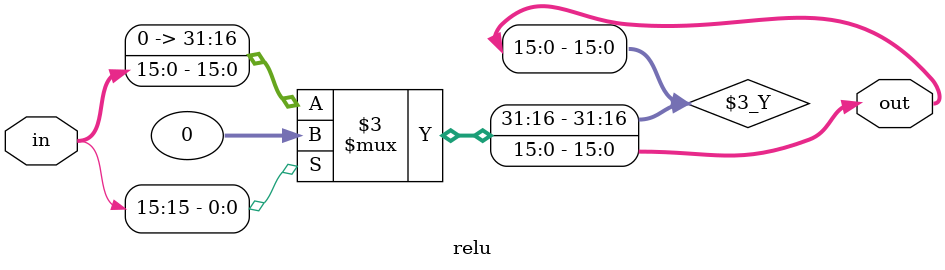
<source format=v>
module relu #(parameter WIDTH = 16) (
    input wire signed [WIDTH-1:0] in,  // 16-bit signed fixed-point input (Q4.12)
    output wire signed [WIDTH-1:0] out  // 16-bit signed fixed-point output (Q4.12)
);
    assign out = (in[WIDTH-1] == 1'b0) ? in : 'd0;  // If positive, keep value; else, output 0
endmodule
</source>
